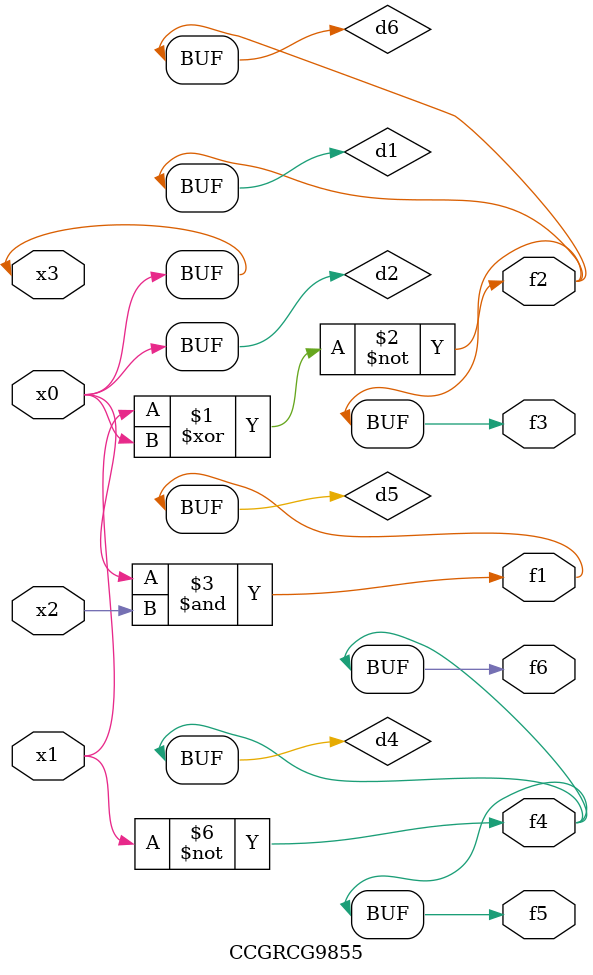
<source format=v>
module CCGRCG9855(
	input x0, x1, x2, x3,
	output f1, f2, f3, f4, f5, f6
);

	wire d1, d2, d3, d4, d5, d6;

	xnor (d1, x1, x3);
	buf (d2, x0, x3);
	nand (d3, x0, x2);
	not (d4, x1);
	nand (d5, d3);
	or (d6, d1);
	assign f1 = d5;
	assign f2 = d6;
	assign f3 = d6;
	assign f4 = d4;
	assign f5 = d4;
	assign f6 = d4;
endmodule

</source>
